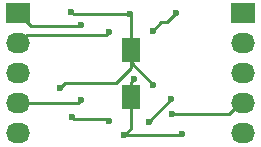
<source format=gbr>
G04 #@! TF.FileFunction,Copper,L2,Bot,Signal*
%FSLAX46Y46*%
G04 Gerber Fmt 4.6, Leading zero omitted, Abs format (unit mm)*
G04 Created by KiCad (PCBNEW (2015-08-28 BZR 6132, Git 156d5f5)-product) date 9/27/2015 8:45:32 PM*
%MOMM*%
G01*
G04 APERTURE LIST*
%ADD10C,0.100000*%
%ADD11R,1.600000X2.000000*%
%ADD12R,2.032000X1.727200*%
%ADD13O,2.032000X1.727200*%
%ADD14C,0.600000*%
%ADD15C,0.250000*%
G04 APERTURE END LIST*
D10*
D11*
X147955000Y-109950000D03*
X147955000Y-105950000D03*
D12*
X138430000Y-102870000D03*
D13*
X138430000Y-105410000D03*
X138430000Y-107950000D03*
X138430000Y-110490000D03*
X138430000Y-113030000D03*
D12*
X157480000Y-102870000D03*
D13*
X157480000Y-105410000D03*
X157480000Y-107950000D03*
X157480000Y-110490000D03*
X157480000Y-113030000D03*
D14*
X148190000Y-108430000D03*
X147420000Y-113200000D03*
X152260000Y-113060000D03*
X141940000Y-109180000D03*
X149840000Y-108960000D03*
X142930000Y-102780000D03*
X147910000Y-102920000D03*
X143780000Y-103880000D03*
X146140000Y-104420000D03*
X149820000Y-104360000D03*
X151810000Y-102860000D03*
X151400000Y-110130000D03*
X149470000Y-112040000D03*
X146120000Y-111980000D03*
X142990000Y-111640000D03*
X143780000Y-110220000D03*
X151470000Y-111410000D03*
D15*
X147955000Y-109950000D02*
X147955000Y-108665000D01*
X147955000Y-108665000D02*
X148190000Y-108430000D01*
X147955000Y-112665000D02*
X147955000Y-109950000D01*
X147420000Y-113200000D02*
X147955000Y-112665000D01*
X152120000Y-113200000D02*
X147420000Y-113200000D01*
X152260000Y-113060000D02*
X152120000Y-113200000D01*
X147955000Y-105950000D02*
X147955000Y-107485000D01*
X142370000Y-108750000D02*
X141940000Y-109180000D01*
X146690000Y-108750000D02*
X142370000Y-108750000D01*
X147955000Y-107485000D02*
X146690000Y-108750000D01*
X147955000Y-105950000D02*
X147955000Y-107015000D01*
X149840000Y-108900000D02*
X149840000Y-108960000D01*
X147955000Y-107015000D02*
X149840000Y-108900000D01*
X147910000Y-102920000D02*
X143090000Y-102920000D01*
X142950000Y-102780000D02*
X142930000Y-102780000D01*
X143090000Y-102920000D02*
X142950000Y-102780000D01*
X147955000Y-105950000D02*
X147955000Y-102965000D01*
X147955000Y-102965000D02*
X147910000Y-102920000D01*
X139520000Y-103960000D02*
X138430000Y-102870000D01*
X143700000Y-103960000D02*
X139520000Y-103960000D01*
X143780000Y-103880000D02*
X143700000Y-103960000D01*
X139130000Y-104710000D02*
X138430000Y-105410000D01*
X145850000Y-104710000D02*
X139130000Y-104710000D01*
X146140000Y-104420000D02*
X145850000Y-104710000D01*
X150550000Y-103630000D02*
X149820000Y-104360000D01*
X151040000Y-103630000D02*
X150550000Y-103630000D01*
X151810000Y-102860000D02*
X151040000Y-103630000D01*
X151400000Y-110130000D02*
X149490000Y-112040000D01*
X149490000Y-112040000D02*
X149470000Y-112040000D01*
X146120000Y-111980000D02*
X145920000Y-111780000D01*
X145920000Y-111780000D02*
X143130000Y-111780000D01*
X143130000Y-111780000D02*
X142990000Y-111640000D01*
X143510000Y-110490000D02*
X138430000Y-110490000D01*
X143780000Y-110220000D02*
X143510000Y-110490000D01*
X156300000Y-111410000D02*
X157220000Y-110490000D01*
X151470000Y-111410000D02*
X156300000Y-111410000D01*
X157220000Y-110490000D02*
X157480000Y-110490000D01*
M02*

</source>
